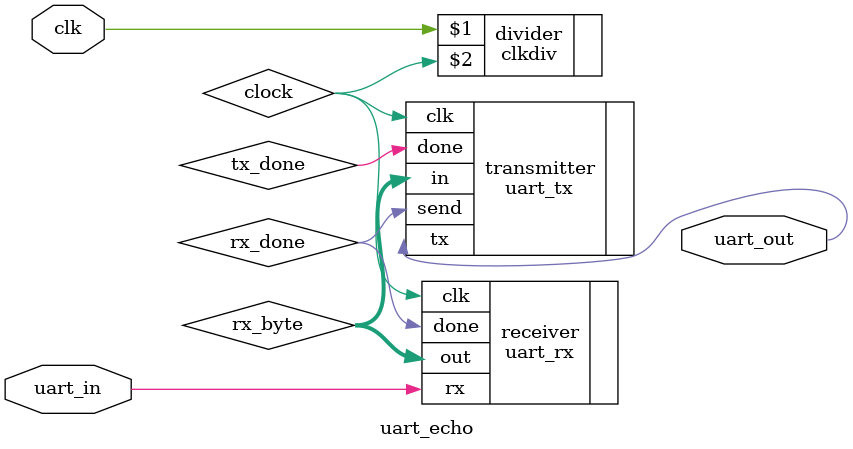
<source format=sv>
`timescale 100ns / 10ns

/*
 * uart_echo - Echo module for UART testing. 
 * Receives byte values on uart_rx input, writes them back on uart_tx afterward.
 *
 * Module interface:
 *  - clk requires 100 MHz clock input.
 *  - uart_in connects to UART RX pin of the Arty A7 board.
 *  - uart_out connects to UART TX pin of the Arty A7 board.
 *
 * See uart_echo design constraint file (uart_echo.xdc) for pin IDs.
 */
module uart_echo(
    input clk,
    input uart_in,
    output uart_out
);

    wire clock;
    wire rx_done;
    wire tx_done;
    wire [7:0] rx_byte;

    clkdiv divider(clk, clock);

    uart_rx receiver(.clk(clock),
                     .rx(uart_in),
                     .done(rx_done),
                     .out(rx_byte));

    uart_tx transmitter(.clk(clock),
                        .in(rx_byte),
                        .send(rx_done),
                        .tx(uart_out),
                        .done(tx_done));

endmodule

</source>
